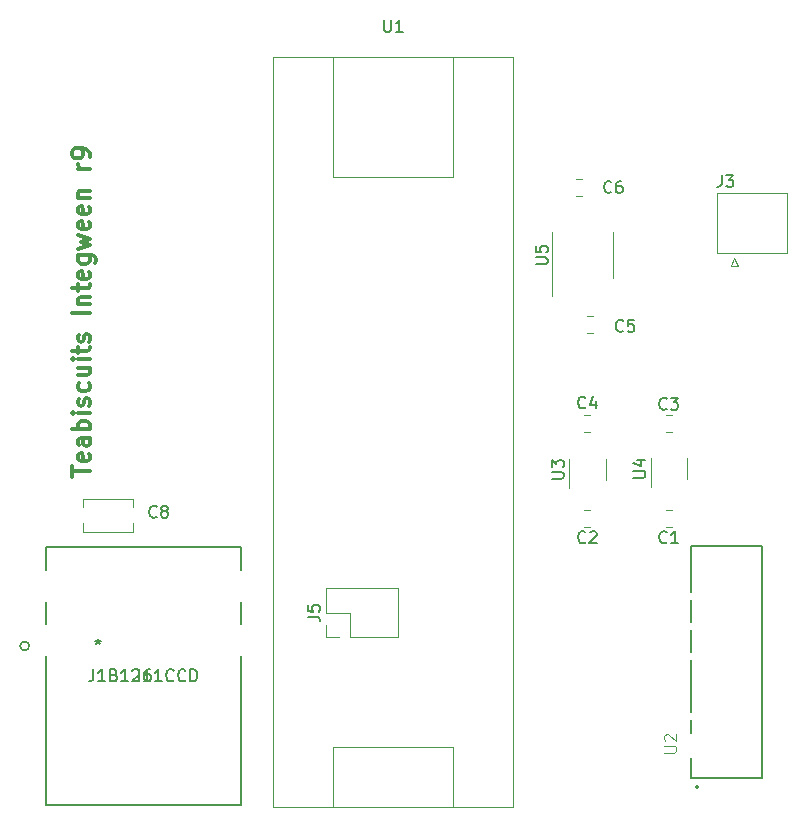
<source format=gto>
G04 #@! TF.GenerationSoftware,KiCad,Pcbnew,(5.1.6-0-10_14)*
G04 #@! TF.CreationDate,2020-11-05T10:51:19+09:00*
G04 #@! TF.ProjectId,teabiscuits_compute,74656162-6973-4637-9569-74735f636f6d,rev?*
G04 #@! TF.SameCoordinates,Original*
G04 #@! TF.FileFunction,Legend,Top*
G04 #@! TF.FilePolarity,Positive*
%FSLAX46Y46*%
G04 Gerber Fmt 4.6, Leading zero omitted, Abs format (unit mm)*
G04 Created by KiCad (PCBNEW (5.1.6-0-10_14)) date 2020-11-05 10:51:19*
%MOMM*%
%LPD*%
G01*
G04 APERTURE LIST*
%ADD10C,0.300000*%
%ADD11C,0.120000*%
%ADD12C,0.127000*%
%ADD13C,0.200000*%
%ADD14C,0.152400*%
%ADD15C,0.150000*%
%ADD16C,0.015000*%
G04 APERTURE END LIST*
D10*
X97428571Y-141464285D02*
X97428571Y-140607142D01*
X98928571Y-141035714D02*
X97428571Y-141035714D01*
X98857142Y-139535714D02*
X98928571Y-139678571D01*
X98928571Y-139964285D01*
X98857142Y-140107142D01*
X98714285Y-140178571D01*
X98142857Y-140178571D01*
X98000000Y-140107142D01*
X97928571Y-139964285D01*
X97928571Y-139678571D01*
X98000000Y-139535714D01*
X98142857Y-139464285D01*
X98285714Y-139464285D01*
X98428571Y-140178571D01*
X98928571Y-138178571D02*
X98142857Y-138178571D01*
X98000000Y-138250000D01*
X97928571Y-138392857D01*
X97928571Y-138678571D01*
X98000000Y-138821428D01*
X98857142Y-138178571D02*
X98928571Y-138321428D01*
X98928571Y-138678571D01*
X98857142Y-138821428D01*
X98714285Y-138892857D01*
X98571428Y-138892857D01*
X98428571Y-138821428D01*
X98357142Y-138678571D01*
X98357142Y-138321428D01*
X98285714Y-138178571D01*
X98928571Y-137464285D02*
X97428571Y-137464285D01*
X98000000Y-137464285D02*
X97928571Y-137321428D01*
X97928571Y-137035714D01*
X98000000Y-136892857D01*
X98071428Y-136821428D01*
X98214285Y-136750000D01*
X98642857Y-136750000D01*
X98785714Y-136821428D01*
X98857142Y-136892857D01*
X98928571Y-137035714D01*
X98928571Y-137321428D01*
X98857142Y-137464285D01*
X98928571Y-136107142D02*
X97928571Y-136107142D01*
X97428571Y-136107142D02*
X97500000Y-136178571D01*
X97571428Y-136107142D01*
X97500000Y-136035714D01*
X97428571Y-136107142D01*
X97571428Y-136107142D01*
X98857142Y-135464285D02*
X98928571Y-135321428D01*
X98928571Y-135035714D01*
X98857142Y-134892857D01*
X98714285Y-134821428D01*
X98642857Y-134821428D01*
X98500000Y-134892857D01*
X98428571Y-135035714D01*
X98428571Y-135250000D01*
X98357142Y-135392857D01*
X98214285Y-135464285D01*
X98142857Y-135464285D01*
X98000000Y-135392857D01*
X97928571Y-135250000D01*
X97928571Y-135035714D01*
X98000000Y-134892857D01*
X98857142Y-133535714D02*
X98928571Y-133678571D01*
X98928571Y-133964285D01*
X98857142Y-134107142D01*
X98785714Y-134178571D01*
X98642857Y-134250000D01*
X98214285Y-134250000D01*
X98071428Y-134178571D01*
X98000000Y-134107142D01*
X97928571Y-133964285D01*
X97928571Y-133678571D01*
X98000000Y-133535714D01*
X97928571Y-132250000D02*
X98928571Y-132250000D01*
X97928571Y-132892857D02*
X98714285Y-132892857D01*
X98857142Y-132821428D01*
X98928571Y-132678571D01*
X98928571Y-132464285D01*
X98857142Y-132321428D01*
X98785714Y-132250000D01*
X98928571Y-131535714D02*
X97928571Y-131535714D01*
X97428571Y-131535714D02*
X97500000Y-131607142D01*
X97571428Y-131535714D01*
X97500000Y-131464285D01*
X97428571Y-131535714D01*
X97571428Y-131535714D01*
X97928571Y-131035714D02*
X97928571Y-130464285D01*
X97428571Y-130821428D02*
X98714285Y-130821428D01*
X98857142Y-130750000D01*
X98928571Y-130607142D01*
X98928571Y-130464285D01*
X98857142Y-130035714D02*
X98928571Y-129892857D01*
X98928571Y-129607142D01*
X98857142Y-129464285D01*
X98714285Y-129392857D01*
X98642857Y-129392857D01*
X98500000Y-129464285D01*
X98428571Y-129607142D01*
X98428571Y-129821428D01*
X98357142Y-129964285D01*
X98214285Y-130035714D01*
X98142857Y-130035714D01*
X98000000Y-129964285D01*
X97928571Y-129821428D01*
X97928571Y-129607142D01*
X98000000Y-129464285D01*
X98928571Y-127607142D02*
X97428571Y-127607142D01*
X97928571Y-126892857D02*
X98928571Y-126892857D01*
X98071428Y-126892857D02*
X98000000Y-126821428D01*
X97928571Y-126678571D01*
X97928571Y-126464285D01*
X98000000Y-126321428D01*
X98142857Y-126250000D01*
X98928571Y-126250000D01*
X97928571Y-125750000D02*
X97928571Y-125178571D01*
X97428571Y-125535714D02*
X98714285Y-125535714D01*
X98857142Y-125464285D01*
X98928571Y-125321428D01*
X98928571Y-125178571D01*
X98857142Y-124107142D02*
X98928571Y-124250000D01*
X98928571Y-124535714D01*
X98857142Y-124678571D01*
X98714285Y-124750000D01*
X98142857Y-124750000D01*
X98000000Y-124678571D01*
X97928571Y-124535714D01*
X97928571Y-124250000D01*
X98000000Y-124107142D01*
X98142857Y-124035714D01*
X98285714Y-124035714D01*
X98428571Y-124750000D01*
X97928571Y-122750000D02*
X99142857Y-122750000D01*
X99285714Y-122821428D01*
X99357142Y-122892857D01*
X99428571Y-123035714D01*
X99428571Y-123250000D01*
X99357142Y-123392857D01*
X98857142Y-122750000D02*
X98928571Y-122892857D01*
X98928571Y-123178571D01*
X98857142Y-123321428D01*
X98785714Y-123392857D01*
X98642857Y-123464285D01*
X98214285Y-123464285D01*
X98071428Y-123392857D01*
X98000000Y-123321428D01*
X97928571Y-123178571D01*
X97928571Y-122892857D01*
X98000000Y-122750000D01*
X97928571Y-122178571D02*
X98928571Y-121892857D01*
X98214285Y-121607142D01*
X98928571Y-121321428D01*
X97928571Y-121035714D01*
X98857142Y-119892857D02*
X98928571Y-120035714D01*
X98928571Y-120321428D01*
X98857142Y-120464285D01*
X98714285Y-120535714D01*
X98142857Y-120535714D01*
X98000000Y-120464285D01*
X97928571Y-120321428D01*
X97928571Y-120035714D01*
X98000000Y-119892857D01*
X98142857Y-119821428D01*
X98285714Y-119821428D01*
X98428571Y-120535714D01*
X98857142Y-118607142D02*
X98928571Y-118750000D01*
X98928571Y-119035714D01*
X98857142Y-119178571D01*
X98714285Y-119250000D01*
X98142857Y-119250000D01*
X98000000Y-119178571D01*
X97928571Y-119035714D01*
X97928571Y-118750000D01*
X98000000Y-118607142D01*
X98142857Y-118535714D01*
X98285714Y-118535714D01*
X98428571Y-119250000D01*
X97928571Y-117892857D02*
X98928571Y-117892857D01*
X98071428Y-117892857D02*
X98000000Y-117821428D01*
X97928571Y-117678571D01*
X97928571Y-117464285D01*
X98000000Y-117321428D01*
X98142857Y-117250000D01*
X98928571Y-117250000D01*
X98928571Y-115392857D02*
X97928571Y-115392857D01*
X98214285Y-115392857D02*
X98071428Y-115321428D01*
X98000000Y-115250000D01*
X97928571Y-115107142D01*
X97928571Y-114964285D01*
X98928571Y-114392857D02*
X98928571Y-114107142D01*
X98857142Y-113964285D01*
X98785714Y-113892857D01*
X98571428Y-113750000D01*
X98285714Y-113678571D01*
X97714285Y-113678571D01*
X97571428Y-113750000D01*
X97500000Y-113821428D01*
X97428571Y-113964285D01*
X97428571Y-114250000D01*
X97500000Y-114392857D01*
X97571428Y-114464285D01*
X97714285Y-114535714D01*
X98071428Y-114535714D01*
X98214285Y-114464285D01*
X98285714Y-114392857D01*
X98357142Y-114250000D01*
X98357142Y-113964285D01*
X98285714Y-113821428D01*
X98214285Y-113750000D01*
X98071428Y-113678571D01*
D11*
X134780000Y-105910000D02*
X134780000Y-169410000D01*
X134780000Y-105910000D02*
X114460000Y-105910000D01*
X114460000Y-105910000D02*
X114460000Y-169410000D01*
X114460000Y-169410000D02*
X134780000Y-169410000D01*
X129700000Y-169410000D02*
X129700000Y-164330000D01*
X129700000Y-164330000D02*
X119540000Y-164330000D01*
X119540000Y-164330000D02*
X119540000Y-169410000D01*
X129700000Y-105910000D02*
X129700000Y-116070000D01*
X129700000Y-116070000D02*
X119540000Y-116070000D01*
X119540000Y-116070000D02*
X119540000Y-105910000D01*
X149510000Y-141680000D02*
X149510000Y-139920000D01*
X146440000Y-139920000D02*
X146440000Y-142350000D01*
D12*
X149850000Y-166960000D02*
X155850000Y-166960000D01*
X155850000Y-147310000D02*
X149850000Y-147310000D01*
X155850000Y-147310000D02*
X155850000Y-166960000D01*
X149850000Y-166960000D02*
X149850000Y-165320000D01*
X149850000Y-161370000D02*
X149850000Y-156970000D01*
X149850000Y-151210000D02*
X149850000Y-147310000D01*
X149850000Y-163180000D02*
X149850000Y-162050000D01*
X149850000Y-156290000D02*
X149850000Y-154430000D01*
X149850000Y-153750000D02*
X149850000Y-151890000D01*
D13*
X150450000Y-167750000D02*
G75*
G03*
X150450000Y-167750000I-100000J0D01*
G01*
D11*
X143195000Y-122725000D02*
X143195000Y-120775000D01*
X143195000Y-122725000D02*
X143195000Y-124675000D01*
X138075000Y-122725000D02*
X138075000Y-120775000D01*
X138075000Y-122725000D02*
X138075000Y-126175000D01*
X142610000Y-141770000D02*
X142610000Y-140010000D01*
X139540000Y-140010000D02*
X139540000Y-142440000D01*
X140571078Y-117710000D02*
X140053922Y-117710000D01*
X140571078Y-116290000D02*
X140053922Y-116290000D01*
X141003922Y-127890000D02*
X141521078Y-127890000D01*
X141003922Y-129310000D02*
X141521078Y-129310000D01*
X141321078Y-137710000D02*
X140803922Y-137710000D01*
X141321078Y-136290000D02*
X140803922Y-136290000D01*
X147678922Y-136290000D02*
X148196078Y-136290000D01*
X147678922Y-137710000D02*
X148196078Y-137710000D01*
X141321078Y-145710000D02*
X140803922Y-145710000D01*
X141321078Y-144290000D02*
X140803922Y-144290000D01*
X148196078Y-145710000D02*
X147678922Y-145710000D01*
X148196078Y-144290000D02*
X147678922Y-144290000D01*
X102620000Y-145415000D02*
X102620000Y-146120000D01*
X102620000Y-143380000D02*
X102620000Y-144085000D01*
X98380000Y-145415000D02*
X98380000Y-146120000D01*
X98380000Y-143380000D02*
X98380000Y-144085000D01*
X98380000Y-146120000D02*
X102620000Y-146120000D01*
X98380000Y-143380000D02*
X102620000Y-143380000D01*
X152000000Y-117500000D02*
X152000000Y-122500000D01*
X158000000Y-117500000D02*
X152000000Y-117500000D01*
X158000000Y-122500000D02*
X158000000Y-117500000D01*
X152000000Y-122500000D02*
X158000000Y-122500000D01*
X153500000Y-123000000D02*
X153200000Y-123600000D01*
X153200000Y-123600000D02*
X153800000Y-123600000D01*
X153800000Y-123600000D02*
X153500000Y-123000000D01*
D14*
X93793000Y-155810000D02*
G75*
G03*
X93793000Y-155810000I-381000J0D01*
G01*
X95190000Y-147453400D02*
X95190000Y-149396237D01*
X111700000Y-147453400D02*
X95190000Y-147453400D01*
X111700000Y-169246600D02*
X111700000Y-156653763D01*
X95190000Y-169246600D02*
X111700000Y-169246600D01*
X111700000Y-153986237D02*
X111700000Y-152063763D01*
X95190000Y-156653763D02*
X95190000Y-169246600D01*
X111700000Y-149396237D02*
X111700000Y-147453400D01*
X95190000Y-152063763D02*
X95190000Y-153986237D01*
D11*
X118940000Y-155060000D02*
X118940000Y-154000000D01*
X120000000Y-155060000D02*
X118940000Y-155060000D01*
X118940000Y-153000000D02*
X118940000Y-150940000D01*
X121000000Y-153000000D02*
X118940000Y-153000000D01*
X121000000Y-155060000D02*
X121000000Y-153000000D01*
X118940000Y-150940000D02*
X125060000Y-150940000D01*
X121000000Y-155060000D02*
X125060000Y-155060000D01*
X125060000Y-155060000D02*
X125060000Y-150940000D01*
D15*
X123858095Y-102822380D02*
X123858095Y-103631904D01*
X123905714Y-103727142D01*
X123953333Y-103774761D01*
X124048571Y-103822380D01*
X124239047Y-103822380D01*
X124334285Y-103774761D01*
X124381904Y-103727142D01*
X124429523Y-103631904D01*
X124429523Y-102822380D01*
X125429523Y-103822380D02*
X124858095Y-103822380D01*
X125143809Y-103822380D02*
X125143809Y-102822380D01*
X125048571Y-102965238D01*
X124953333Y-103060476D01*
X124858095Y-103108095D01*
X144952380Y-141561904D02*
X145761904Y-141561904D01*
X145857142Y-141514285D01*
X145904761Y-141466666D01*
X145952380Y-141371428D01*
X145952380Y-141180952D01*
X145904761Y-141085714D01*
X145857142Y-141038095D01*
X145761904Y-140990476D01*
X144952380Y-140990476D01*
X145285714Y-140085714D02*
X145952380Y-140085714D01*
X144904761Y-140323809D02*
X145619047Y-140561904D01*
X145619047Y-139942857D01*
D16*
X147567380Y-164836904D02*
X148376904Y-164836904D01*
X148472142Y-164789285D01*
X148519761Y-164741666D01*
X148567380Y-164646428D01*
X148567380Y-164455952D01*
X148519761Y-164360714D01*
X148472142Y-164313095D01*
X148376904Y-164265476D01*
X147567380Y-164265476D01*
X147662619Y-163836904D02*
X147615000Y-163789285D01*
X147567380Y-163694047D01*
X147567380Y-163455952D01*
X147615000Y-163360714D01*
X147662619Y-163313095D01*
X147757857Y-163265476D01*
X147853095Y-163265476D01*
X147995952Y-163313095D01*
X148567380Y-163884523D01*
X148567380Y-163265476D01*
D15*
X136687380Y-123486904D02*
X137496904Y-123486904D01*
X137592142Y-123439285D01*
X137639761Y-123391666D01*
X137687380Y-123296428D01*
X137687380Y-123105952D01*
X137639761Y-123010714D01*
X137592142Y-122963095D01*
X137496904Y-122915476D01*
X136687380Y-122915476D01*
X136687380Y-121963095D02*
X136687380Y-122439285D01*
X137163571Y-122486904D01*
X137115952Y-122439285D01*
X137068333Y-122344047D01*
X137068333Y-122105952D01*
X137115952Y-122010714D01*
X137163571Y-121963095D01*
X137258809Y-121915476D01*
X137496904Y-121915476D01*
X137592142Y-121963095D01*
X137639761Y-122010714D01*
X137687380Y-122105952D01*
X137687380Y-122344047D01*
X137639761Y-122439285D01*
X137592142Y-122486904D01*
X138052380Y-141651904D02*
X138861904Y-141651904D01*
X138957142Y-141604285D01*
X139004761Y-141556666D01*
X139052380Y-141461428D01*
X139052380Y-141270952D01*
X139004761Y-141175714D01*
X138957142Y-141128095D01*
X138861904Y-141080476D01*
X138052380Y-141080476D01*
X138052380Y-140699523D02*
X138052380Y-140080476D01*
X138433333Y-140413809D01*
X138433333Y-140270952D01*
X138480952Y-140175714D01*
X138528571Y-140128095D01*
X138623809Y-140080476D01*
X138861904Y-140080476D01*
X138957142Y-140128095D01*
X139004761Y-140175714D01*
X139052380Y-140270952D01*
X139052380Y-140556666D01*
X139004761Y-140651904D01*
X138957142Y-140699523D01*
X143083333Y-117357142D02*
X143035714Y-117404761D01*
X142892857Y-117452380D01*
X142797619Y-117452380D01*
X142654761Y-117404761D01*
X142559523Y-117309523D01*
X142511904Y-117214285D01*
X142464285Y-117023809D01*
X142464285Y-116880952D01*
X142511904Y-116690476D01*
X142559523Y-116595238D01*
X142654761Y-116500000D01*
X142797619Y-116452380D01*
X142892857Y-116452380D01*
X143035714Y-116500000D01*
X143083333Y-116547619D01*
X143940476Y-116452380D02*
X143750000Y-116452380D01*
X143654761Y-116500000D01*
X143607142Y-116547619D01*
X143511904Y-116690476D01*
X143464285Y-116880952D01*
X143464285Y-117261904D01*
X143511904Y-117357142D01*
X143559523Y-117404761D01*
X143654761Y-117452380D01*
X143845238Y-117452380D01*
X143940476Y-117404761D01*
X143988095Y-117357142D01*
X144035714Y-117261904D01*
X144035714Y-117023809D01*
X143988095Y-116928571D01*
X143940476Y-116880952D01*
X143845238Y-116833333D01*
X143654761Y-116833333D01*
X143559523Y-116880952D01*
X143511904Y-116928571D01*
X143464285Y-117023809D01*
X144083333Y-129107142D02*
X144035714Y-129154761D01*
X143892857Y-129202380D01*
X143797619Y-129202380D01*
X143654761Y-129154761D01*
X143559523Y-129059523D01*
X143511904Y-128964285D01*
X143464285Y-128773809D01*
X143464285Y-128630952D01*
X143511904Y-128440476D01*
X143559523Y-128345238D01*
X143654761Y-128250000D01*
X143797619Y-128202380D01*
X143892857Y-128202380D01*
X144035714Y-128250000D01*
X144083333Y-128297619D01*
X144988095Y-128202380D02*
X144511904Y-128202380D01*
X144464285Y-128678571D01*
X144511904Y-128630952D01*
X144607142Y-128583333D01*
X144845238Y-128583333D01*
X144940476Y-128630952D01*
X144988095Y-128678571D01*
X145035714Y-128773809D01*
X145035714Y-129011904D01*
X144988095Y-129107142D01*
X144940476Y-129154761D01*
X144845238Y-129202380D01*
X144607142Y-129202380D01*
X144511904Y-129154761D01*
X144464285Y-129107142D01*
X140895833Y-135607142D02*
X140848214Y-135654761D01*
X140705357Y-135702380D01*
X140610119Y-135702380D01*
X140467261Y-135654761D01*
X140372023Y-135559523D01*
X140324404Y-135464285D01*
X140276785Y-135273809D01*
X140276785Y-135130952D01*
X140324404Y-134940476D01*
X140372023Y-134845238D01*
X140467261Y-134750000D01*
X140610119Y-134702380D01*
X140705357Y-134702380D01*
X140848214Y-134750000D01*
X140895833Y-134797619D01*
X141752976Y-135035714D02*
X141752976Y-135702380D01*
X141514880Y-134654761D02*
X141276785Y-135369047D01*
X141895833Y-135369047D01*
X147770833Y-135707142D02*
X147723214Y-135754761D01*
X147580357Y-135802380D01*
X147485119Y-135802380D01*
X147342261Y-135754761D01*
X147247023Y-135659523D01*
X147199404Y-135564285D01*
X147151785Y-135373809D01*
X147151785Y-135230952D01*
X147199404Y-135040476D01*
X147247023Y-134945238D01*
X147342261Y-134850000D01*
X147485119Y-134802380D01*
X147580357Y-134802380D01*
X147723214Y-134850000D01*
X147770833Y-134897619D01*
X148104166Y-134802380D02*
X148723214Y-134802380D01*
X148389880Y-135183333D01*
X148532738Y-135183333D01*
X148627976Y-135230952D01*
X148675595Y-135278571D01*
X148723214Y-135373809D01*
X148723214Y-135611904D01*
X148675595Y-135707142D01*
X148627976Y-135754761D01*
X148532738Y-135802380D01*
X148247023Y-135802380D01*
X148151785Y-135754761D01*
X148104166Y-135707142D01*
X140895833Y-147007142D02*
X140848214Y-147054761D01*
X140705357Y-147102380D01*
X140610119Y-147102380D01*
X140467261Y-147054761D01*
X140372023Y-146959523D01*
X140324404Y-146864285D01*
X140276785Y-146673809D01*
X140276785Y-146530952D01*
X140324404Y-146340476D01*
X140372023Y-146245238D01*
X140467261Y-146150000D01*
X140610119Y-146102380D01*
X140705357Y-146102380D01*
X140848214Y-146150000D01*
X140895833Y-146197619D01*
X141276785Y-146197619D02*
X141324404Y-146150000D01*
X141419642Y-146102380D01*
X141657738Y-146102380D01*
X141752976Y-146150000D01*
X141800595Y-146197619D01*
X141848214Y-146292857D01*
X141848214Y-146388095D01*
X141800595Y-146530952D01*
X141229166Y-147102380D01*
X141848214Y-147102380D01*
X147770833Y-147007142D02*
X147723214Y-147054761D01*
X147580357Y-147102380D01*
X147485119Y-147102380D01*
X147342261Y-147054761D01*
X147247023Y-146959523D01*
X147199404Y-146864285D01*
X147151785Y-146673809D01*
X147151785Y-146530952D01*
X147199404Y-146340476D01*
X147247023Y-146245238D01*
X147342261Y-146150000D01*
X147485119Y-146102380D01*
X147580357Y-146102380D01*
X147723214Y-146150000D01*
X147770833Y-146197619D01*
X148723214Y-147102380D02*
X148151785Y-147102380D01*
X148437500Y-147102380D02*
X148437500Y-146102380D01*
X148342261Y-146245238D01*
X148247023Y-146340476D01*
X148151785Y-146388095D01*
X104583333Y-144857142D02*
X104535714Y-144904761D01*
X104392857Y-144952380D01*
X104297619Y-144952380D01*
X104154761Y-144904761D01*
X104059523Y-144809523D01*
X104011904Y-144714285D01*
X103964285Y-144523809D01*
X103964285Y-144380952D01*
X104011904Y-144190476D01*
X104059523Y-144095238D01*
X104154761Y-144000000D01*
X104297619Y-143952380D01*
X104392857Y-143952380D01*
X104535714Y-144000000D01*
X104583333Y-144047619D01*
X105154761Y-144380952D02*
X105059523Y-144333333D01*
X105011904Y-144285714D01*
X104964285Y-144190476D01*
X104964285Y-144142857D01*
X105011904Y-144047619D01*
X105059523Y-144000000D01*
X105154761Y-143952380D01*
X105345238Y-143952380D01*
X105440476Y-144000000D01*
X105488095Y-144047619D01*
X105535714Y-144142857D01*
X105535714Y-144190476D01*
X105488095Y-144285714D01*
X105440476Y-144333333D01*
X105345238Y-144380952D01*
X105154761Y-144380952D01*
X105059523Y-144428571D01*
X105011904Y-144476190D01*
X104964285Y-144571428D01*
X104964285Y-144761904D01*
X105011904Y-144857142D01*
X105059523Y-144904761D01*
X105154761Y-144952380D01*
X105345238Y-144952380D01*
X105440476Y-144904761D01*
X105488095Y-144857142D01*
X105535714Y-144761904D01*
X105535714Y-144571428D01*
X105488095Y-144476190D01*
X105440476Y-144428571D01*
X105345238Y-144380952D01*
X152416666Y-115952380D02*
X152416666Y-116666666D01*
X152369047Y-116809523D01*
X152273809Y-116904761D01*
X152130952Y-116952380D01*
X152035714Y-116952380D01*
X152797619Y-115952380D02*
X153416666Y-115952380D01*
X153083333Y-116333333D01*
X153226190Y-116333333D01*
X153321428Y-116380952D01*
X153369047Y-116428571D01*
X153416666Y-116523809D01*
X153416666Y-116761904D01*
X153369047Y-116857142D01*
X153321428Y-116904761D01*
X153226190Y-116952380D01*
X152940476Y-116952380D01*
X152845238Y-116904761D01*
X152797619Y-116857142D01*
X103111666Y-157802380D02*
X103111666Y-158516666D01*
X103064047Y-158659523D01*
X102968809Y-158754761D01*
X102825952Y-158802380D01*
X102730714Y-158802380D01*
X104016428Y-157802380D02*
X103825952Y-157802380D01*
X103730714Y-157850000D01*
X103683095Y-157897619D01*
X103587857Y-158040476D01*
X103540238Y-158230952D01*
X103540238Y-158611904D01*
X103587857Y-158707142D01*
X103635476Y-158754761D01*
X103730714Y-158802380D01*
X103921190Y-158802380D01*
X104016428Y-158754761D01*
X104064047Y-158707142D01*
X104111666Y-158611904D01*
X104111666Y-158373809D01*
X104064047Y-158278571D01*
X104016428Y-158230952D01*
X103921190Y-158183333D01*
X103730714Y-158183333D01*
X103635476Y-158230952D01*
X103587857Y-158278571D01*
X103540238Y-158373809D01*
X99206904Y-157802380D02*
X99206904Y-158516666D01*
X99159285Y-158659523D01*
X99064047Y-158754761D01*
X98921190Y-158802380D01*
X98825952Y-158802380D01*
X100206904Y-158802380D02*
X99635476Y-158802380D01*
X99921190Y-158802380D02*
X99921190Y-157802380D01*
X99825952Y-157945238D01*
X99730714Y-158040476D01*
X99635476Y-158088095D01*
X100968809Y-158278571D02*
X101111666Y-158326190D01*
X101159285Y-158373809D01*
X101206904Y-158469047D01*
X101206904Y-158611904D01*
X101159285Y-158707142D01*
X101111666Y-158754761D01*
X101016428Y-158802380D01*
X100635476Y-158802380D01*
X100635476Y-157802380D01*
X100968809Y-157802380D01*
X101064047Y-157850000D01*
X101111666Y-157897619D01*
X101159285Y-157992857D01*
X101159285Y-158088095D01*
X101111666Y-158183333D01*
X101064047Y-158230952D01*
X100968809Y-158278571D01*
X100635476Y-158278571D01*
X102159285Y-158802380D02*
X101587857Y-158802380D01*
X101873571Y-158802380D02*
X101873571Y-157802380D01*
X101778333Y-157945238D01*
X101683095Y-158040476D01*
X101587857Y-158088095D01*
X102540238Y-157897619D02*
X102587857Y-157850000D01*
X102683095Y-157802380D01*
X102921190Y-157802380D01*
X103016428Y-157850000D01*
X103064047Y-157897619D01*
X103111666Y-157992857D01*
X103111666Y-158088095D01*
X103064047Y-158230952D01*
X102492619Y-158802380D01*
X103111666Y-158802380D01*
X104064047Y-158802380D02*
X103492619Y-158802380D01*
X103778333Y-158802380D02*
X103778333Y-157802380D01*
X103683095Y-157945238D01*
X103587857Y-158040476D01*
X103492619Y-158088095D01*
X105016428Y-158802380D02*
X104445000Y-158802380D01*
X104730714Y-158802380D02*
X104730714Y-157802380D01*
X104635476Y-157945238D01*
X104540238Y-158040476D01*
X104445000Y-158088095D01*
X106016428Y-158707142D02*
X105968809Y-158754761D01*
X105825952Y-158802380D01*
X105730714Y-158802380D01*
X105587857Y-158754761D01*
X105492619Y-158659523D01*
X105445000Y-158564285D01*
X105397380Y-158373809D01*
X105397380Y-158230952D01*
X105445000Y-158040476D01*
X105492619Y-157945238D01*
X105587857Y-157850000D01*
X105730714Y-157802380D01*
X105825952Y-157802380D01*
X105968809Y-157850000D01*
X106016428Y-157897619D01*
X107016428Y-158707142D02*
X106968809Y-158754761D01*
X106825952Y-158802380D01*
X106730714Y-158802380D01*
X106587857Y-158754761D01*
X106492619Y-158659523D01*
X106445000Y-158564285D01*
X106397380Y-158373809D01*
X106397380Y-158230952D01*
X106445000Y-158040476D01*
X106492619Y-157945238D01*
X106587857Y-157850000D01*
X106730714Y-157802380D01*
X106825952Y-157802380D01*
X106968809Y-157850000D01*
X107016428Y-157897619D01*
X107445000Y-158802380D02*
X107445000Y-157802380D01*
X107683095Y-157802380D01*
X107825952Y-157850000D01*
X107921190Y-157945238D01*
X107968809Y-158040476D01*
X108016428Y-158230952D01*
X108016428Y-158373809D01*
X107968809Y-158564285D01*
X107921190Y-158659523D01*
X107825952Y-158754761D01*
X107683095Y-158802380D01*
X107445000Y-158802380D01*
X99635000Y-155242390D02*
X99635000Y-155480486D01*
X99396904Y-155385248D02*
X99635000Y-155480486D01*
X99873095Y-155385248D01*
X99492142Y-155670962D02*
X99635000Y-155480486D01*
X99777857Y-155670962D01*
X117392380Y-153333333D02*
X118106666Y-153333333D01*
X118249523Y-153380952D01*
X118344761Y-153476190D01*
X118392380Y-153619047D01*
X118392380Y-153714285D01*
X117392380Y-152380952D02*
X117392380Y-152857142D01*
X117868571Y-152904761D01*
X117820952Y-152857142D01*
X117773333Y-152761904D01*
X117773333Y-152523809D01*
X117820952Y-152428571D01*
X117868571Y-152380952D01*
X117963809Y-152333333D01*
X118201904Y-152333333D01*
X118297142Y-152380952D01*
X118344761Y-152428571D01*
X118392380Y-152523809D01*
X118392380Y-152761904D01*
X118344761Y-152857142D01*
X118297142Y-152904761D01*
M02*

</source>
